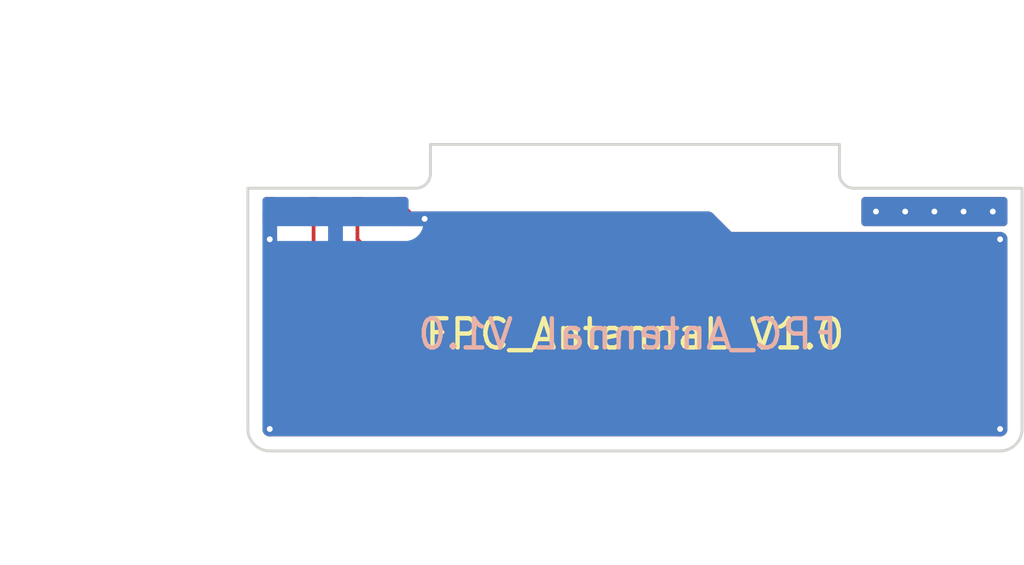
<source format=kicad_pcb>
(kicad_pcb (version 20211014) (generator pcbnew)
  (layers (0 "F.Cu" signal) (31 "B.Cu" signal) (34 "B.Paste" user) (35 "F.Paste" user) (36 "B.SilkS" user "B.Silkscreen") (37 "F.SilkS" user "F.Silkscreen") (38 "B.Mask" user) (39 "F.Mask" user) (44 "Edge.Cuts" user))
  (net 0 "")
  (net 1 "Net-(K1-Pad1)")
  (net 2 "Net-(K2-Pad1)")
  (net 3 "Net-(K3-Pad1)")
  (net 4 "Net-(K8-Pad1)")
  (footprint "Bergi:dummyPad" (layer "F.Cu") (at 107.3 62.55 180)
    (fp_text reference "K8" hide)
    (fp_text value "capPad" hide)
    (pad "1" smd roundrect (at 0 0 180) (size 5 1) (layers "F.Cu" "F.Mask") (roundrect_rratio 0.125) (net 4 "Net-(K8-Pad1)"))
  )
  (footprint "Bergi:dummyPad" (layer "F.Cu") (at 103.3 66.75 180)
    (fp_text reference "K7" hide)
    (fp_text value "capPad" hide)
    (pad "1" smd roundrect (at 0 0 180) (size 10 4) (layers "F.Cu") (roundrect_rratio 0.0625) (net 2 "Net-(K2-Pad1)"))
  )
  (footprint "Bergi:dummyPad" (layer "F.Cu") (at 84.55 62.55 180)
    (fp_text reference "K3" hide)
    (fp_text value "capPad" hide)
    (pad "1" smd roundrect (at 0 0 180) (size 0.5 1) (layers "F.Cu" "F.Mask") (net 3 "Net-(K3-Pad1)"))
  )
  (footprint "Bergi:dummyPad" (layer "F.Cu") (at 89.05 62.55 180)
    (fp_text reference "K5" hide)
    (fp_text value "capPad" hide)
    (pad "1" smd roundrect (at 0 0 180) (size 0.5 1) (layers "F.Cu" "F.Mask") (net 3 "Net-(K3-Pad1)"))
  )
  (footprint "Bergi:dummyPad" (layer "F.Cu") (at 87.55 62.55 180)
    (fp_text reference "K2" hide)
    (fp_text value "capPad" hide)
    (pad "1" smd roundrect (at 0 0 180) (size 0.5 1) (layers "F.Cu" "F.Mask") (net 2 "Net-(K2-Pad1)"))
  )
  (footprint "Bergi:dummyPad" (layer "F.Cu") (at 90.8 66.75 180)
    (fp_text reference "K6" hide)
    (fp_text value "capPad" hide)
    (pad "1" smd roundrect (at 0 0 180) (size 10 4) (layers "F.Cu") (roundrect_rratio 0.0625) (net 1 "Net-(K1-Pad1)"))
  )
  (footprint "Bergi:dummyPad" (layer "F.Cu") (at 86.05 62.55 180)
    (fp_text reference "K1" hide)
    (fp_text value "capPad" hide)
    (pad "1" smd roundrect (at 0 0 180) (size 0.5 1) (layers "F.Cu" "F.Mask") (net 1 "Net-(K1-Pad1)"))
  )
  (footprint "Bergi:dummyPad" (layer "B.Cu") (at 107.3 62.55)
    (fp_text reference "K9" hide)
    (fp_text value "capPad" hide)
    (pad "1" smd roundrect (at 0 0) (size 5 1) (layers "B.Cu" "B.Mask") (roundrect_rratio 0.125) (net 4 "Net-(K8-Pad1)"))
  )
  (footprint "Bergi:dummyPad" (layer "B.Cu") (at 86.8 62.55)
    (fp_text reference "K4" hide)
    (fp_text value "capPad" hide)
    (pad "1" smd roundrect (at 0 0) (size 5 1) (layers "B.Cu" "B.Mask") (roundrect_rratio 0.125) (net 3 "Net-(K3-Pad1)"))
  )
  (gr_line (start 90.05 60.25) (end 90.05 61.25) (layer "Edge.Cuts") (width 0.1))
  (gr_line (start 83.8 70) (end 83.8 61.75) (layer "Edge.Cuts") (width 0.1))
  (gr_arc (start 104.55 61.75) (mid 104.196447 61.603553) (end 104.05 61.25) (layer "Edge.Cuts") (width 0.1))
  (gr_line (start 104.05 61.25) (end 104.05 60.25) (layer "Edge.Cuts") (width 0.1))
  (gr_line (start 109.55 70.75) (end 84.55 70.75) (layer "Edge.Cuts") (width 0.1))
  (gr_arc (start 84.55 70.75) (mid 84.01967 70.53033) (end 83.8 70) (layer "Edge.Cuts") (width 0.1))
  (gr_line (start 89.55 61.75) (end 83.8 61.75) (layer "Edge.Cuts") (width 0.1))
  (gr_line (start 104.05 60.25) (end 90.05 60.25) (layer "Edge.Cuts") (width 0.1))
  (gr_arc (start 110.3 70) (mid 110.08033 70.53033) (end 109.55 70.75) (layer "Edge.Cuts") (width 0.1))
  (gr_line (start 110.3 70) (end 110.3 61.75) (layer "Edge.Cuts") (width 0.1))
  (gr_arc (start 90.05 61.25) (mid 89.903553 61.603553) (end 89.55 61.75) (layer "Edge.Cuts") (width 0.1))
  (gr_line (start 104.55 61.75) (end 110.3 61.75) (layer "Edge.Cuts") (width 0.1))
  (gr_text "FPC_AntennaL V1.0" (at 96.8 66.75) (layer "B.SilkS") (effects (font (size 1 1)) (justify mirror)))
  (gr_text "FPC_AntennaL V1.0" (at 97.05 66.75) (layer "F.SilkS") (effects (font (size 1 1))))
  (segment (start 87 66.75) (end 90.8 66.75) (width 0.127) (layer "F.Cu") (net 1))
  (segment (start 86.05 62.55) (end 86.05 65.8) (width 0.127) (layer "F.Cu") (net 1))
  (segment (start 86.05 65.8) (end 87 66.75) (width 0.127) (layer "F.Cu") (net 1))
  (segment (start 87.55 62.55) (end 87.55 63.5) (width 0.127) (layer "F.Cu") (net 2))
  (segment (start 97.3 63.8) (end 100.25 66.75) (width 0.127) (layer "F.Cu") (net 2))
  (segment (start 87.85 63.8) (end 97.3 63.8) (width 0.127) (layer "F.Cu") (net 2))
  (segment (start 87.55 63.5) (end 87.85 63.8) (width 0.127) (layer "F.Cu") (net 2))
  (segment (start 100.25 66.75) (end 103.3 66.75) (width 0.127) (layer "F.Cu") (net 2))
  (segment (start 89.3 62.8) (end 89.05 62.55) (width 0.5) (layer "F.Cu") (net 3))
  (segment (start 109.55 70) (end 109.55 63.5) (width 0.5) (layer "F.Cu") (net 3))
  (segment (start 84.55 62.55) (end 84.55 70) (width 0.5) (layer "F.Cu") (net 3))
  (segment (start 84.55 70) (end 109.55 70) (width 0.5) (layer "F.Cu") (net 3))
  (segment (start 89.85 62.8) (end 99.55 62.8) (width 0.5) (layer "F.Cu") (net 3))
  (segment (start 100.25 63.5) (end 109.55 63.5) (width 0.5) (layer "F.Cu") (net 3))
  (segment (start 89.85 62.8) (end 89.3 62.8) (width 0.5) (layer "F.Cu") (net 3))
  (segment (start 99.55 62.8) (end 100.25 63.5) (width 0.5) (layer "F.Cu") (net 3))
  (via (at 89.85 62.8) (size 0.5) (drill 0.2) (layers "F.Cu" "B.Cu") (net 3))
  (via (at 84.55 63.5) (size 0.5) (drill 0.2) (layers "F.Cu" "B.Cu") (net 3))
  (via (at 109.55 70) (size 0.5) (drill 0.2) (layers "F.Cu" "B.Cu") (net 3))
  (via (at 84.55 70) (size 0.5) (drill 0.2) (layers "F.Cu" "B.Cu") (net 3))
  (via (at 109.55 63.5) (size 0.5) (drill 0.2) (layers "F.Cu" "B.Cu") (net 3))
  (segment (start 100.25 63.5) (end 109.55 63.5) (width 0.5) (layer "B.Cu") (net 3))
  (segment (start 84.55 63.5) (end 84.55 70) (width 0.5) (layer "B.Cu") (net 3))
  (segment (start 84.55 70) (end 109.55 70) (width 0.5) (layer "B.Cu") (net 3))
  (segment (start 99.55 62.8) (end 100.25 63.5) (width 0.5) (layer "B.Cu") (net 3))
  (segment (start 89.85 62.8) (end 99.55 62.8) (width 0.5) (layer "B.Cu") (net 3))
  (segment (start 89.85 62.8) (end 87.05 62.8) (width 0.5) (layer "B.Cu") (net 3))
  (segment (start 87.05 62.8) (end 86.8 62.55) (width 0.5) (layer "B.Cu") (net 3))
  (segment (start 109.55 70) (end 109.55 63.5) (width 0.5) (layer "B.Cu") (net 3))
  (segment (start 84.55 62.55) (end 84.55 63.5) (width 0.5) (layer "B.Cu") (net 3))
  (segment (start 86.8 62.55) (end 84.55 62.55) (width 0.5) (layer "B.Cu") (net 3))
  (via (at 105.3 62.55) (size 0.5) (drill 0.2) (layers "F.Cu" "B.Cu") (net 4))
  (via (at 106.3 62.55) (size 0.5) (drill 0.2) (layers "F.Cu" "B.Cu") (net 4))
  (via (at 107.3 62.55) (size 0.5) (drill 0.2) (layers "F.Cu" "B.Cu") (net 4))
  (via (at 108.3 62.55) (size 0.5) (drill 0.2) (layers "F.Cu" "B.Cu") (net 4))
  (via (at 109.3 62.55) (size 0.5) (drill 0.2) (layers "F.Cu" "B.Cu") (net 4))
  (zone (net 3) (net_name "Net-(K3-Pad1)") (layer "B.Cu") (connect_pads (clearance 0.127)) (min_thickness 0.254) (fill yes (thermal_gap 0.508) (thermal_bridge_width 0.508))
    (polygon (pts (xy 84.536906 62.55) (xy 89.036906 62.55) (xy 99.623812 62.55) (xy 100.523812 63.45) (xy 109.536906 63.45) (xy 109.536906 70) (xy 84.536906 70)))
  )
)
</source>
